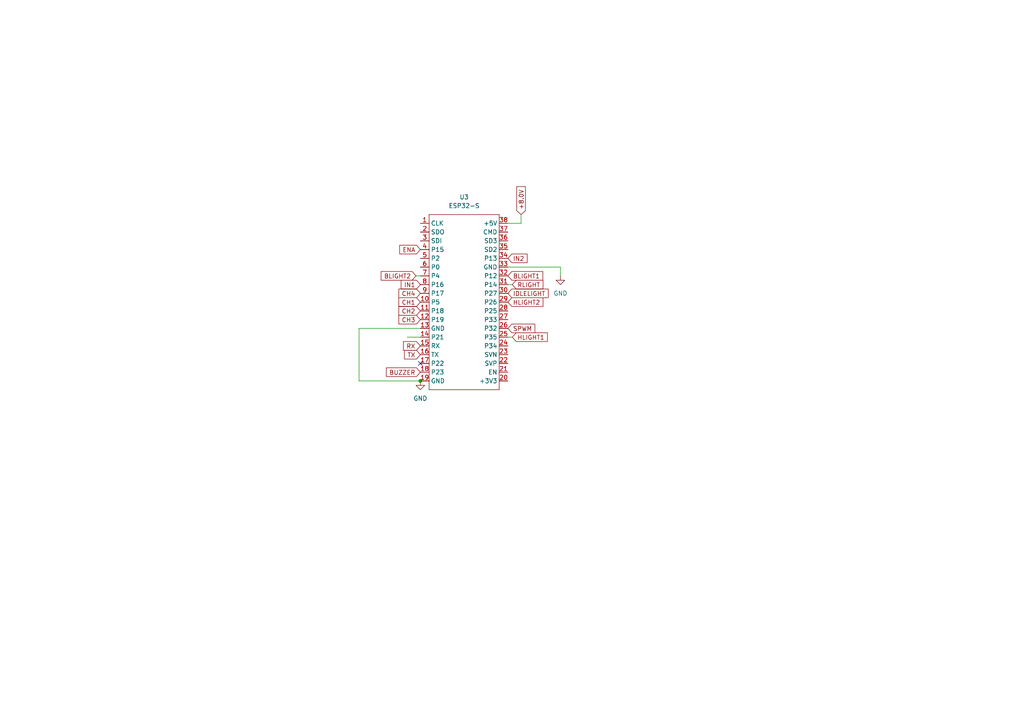
<source format=kicad_sch>
(kicad_sch (version 20211123) (generator eeschema)
  (paper "A4")
  (title_block (date "2022-06-26") (company "MK CAR COMPANY") (comment 1 "Drawn by Michael Kimani"))
  (lib_symbols
    (symbol "Userlibrary:ESP32-S"
      (property "Reference" "U" (at 0 0 0))
      (property "Value" "ESP32-S" (at 0 0 0))
      (symbol "ESP32-S_0_1"
        (polyline (pts (xy -10.16 -25.4) (xy 10.16 -25.4)))
        (polyline (pts (xy -10.16 -22.86) (xy -10.16 -25.4)))
        (polyline (pts (xy -10.16 -22.86) (xy -10.16 25.4)))
        (polyline (pts (xy 10.16 -25.4) (xy 10.16 25.4)))
        (polyline (pts (xy 10.16 25.4) (xy -10.16 25.4)))
      )
      (symbol "ESP32-S_1_1"
        (pin input line (at -12.7 22.86 0) (length 2.54) (name "CLK") (number "1"))
        (pin bidirectional line (at -12.7 0 0) (length 2.54) (name "P5") (number "10"))
        (pin bidirectional line (at -12.7 -2.54 0) (length 2.54) (name "P18") (number "11"))
        (pin bidirectional line (at -12.7 -5.08 0) (length 2.54) (name "P19") (number "12"))
        (pin power_in line (at -12.7 -7.62 0) (length 2.54) (name "GND") (number "13"))
        (pin input line (at -12.7 -10.16 0) (length 2.54) (name "P21") (number "14"))
        (pin input line (at -12.7 -12.7 0) (length 2.54) (name "RX") (number "15"))
        (pin input line (at -12.7 -15.24 0) (length 2.54) (name "TX") (number "16"))
        (pin input line (at -12.7 -17.78 0) (length 2.54) (name "P22") (number "17"))
        (pin bidirectional line (at -12.7 -20.32 0) (length 2.54) (name "P23") (number "18"))
        (pin power_in line (at -12.7 -22.86 0) (length 2.54) (name "GND") (number "19"))
        (pin input line (at -12.7 20.32 0) (length 2.54) (name "SDO") (number "2"))
        (pin power_out line (at 12.7 -22.86 180) (length 2.54) (name "+3V3") (number "20"))
        (pin input line (at 12.7 -20.32 180) (length 2.54) (name "EN") (number "21"))
        (pin input line (at 12.7 -17.78 180) (length 2.54) (name "SVP") (number "22"))
        (pin input line (at 12.7 -15.24 180) (length 2.54) (name "SVN") (number "23"))
        (pin bidirectional line (at 12.7 -12.7 180) (length 2.54) (name "P34") (number "24"))
        (pin bidirectional line (at 12.7 -10.16 180) (length 2.54) (name "P35") (number "25"))
        (pin bidirectional line (at 12.7 -7.62 180) (length 2.54) (name "P32") (number "26"))
        (pin bidirectional line (at 12.7 -5.08 180) (length 2.54) (name "P33") (number "27"))
        (pin bidirectional line (at 12.7 -2.54 180) (length 2.54) (name "P25") (number "28"))
        (pin bidirectional line (at 12.7 0 180) (length 2.54) (name "P26") (number "29"))
        (pin input line (at -12.7 17.78 0) (length 2.54) (name "SDI") (number "3"))
        (pin bidirectional line (at 12.7 2.54 180) (length 2.54) (name "P27") (number "30"))
        (pin bidirectional line (at 12.7 5.08 180) (length 2.54) (name "P14") (number "31"))
        (pin bidirectional line (at 12.7 7.62 180) (length 2.54) (name "P12") (number "32"))
        (pin power_in line (at 12.7 10.16 180) (length 2.54) (name "GND") (number "33"))
        (pin bidirectional line (at 12.7 12.7 180) (length 2.54) (name "P13") (number "34"))
        (pin input line (at 12.7 15.24 180) (length 2.54) (name "SD2") (number "35"))
        (pin input line (at 12.7 17.78 180) (length 2.54) (name "SD3") (number "36"))
        (pin input line (at 12.7 20.32 180) (length 2.54) (name "CMD") (number "37"))
        (pin power_in line (at 12.7 22.86 180) (length 2.54) (name "+5V") (number "38"))
        (pin bidirectional line (at -12.7 15.24 0) (length 2.54) (name "P15") (number "4"))
        (pin bidirectional line (at -12.7 12.7 0) (length 2.54) (name "P2") (number "5"))
        (pin input line (at -12.7 10.16 0) (length 2.54) (name "P0") (number "6"))
        (pin bidirectional line (at -12.7 7.62 0) (length 2.54) (name "P4") (number "7"))
        (pin bidirectional line (at -12.7 5.08 0) (length 2.54) (name "P16") (number "8"))
        (pin bidirectional line (at -12.7 2.54 0) (length 2.54) (name "P17") (number "9"))
      )
    )
    (symbol "power:GND" (power) (pin_names (offset 0))
      (property "Value" "GND" (at 0 -3.81 0))
      (symbol "GND_0_1"
        (polyline (pts (xy 0 0) (xy 0 -1.27) (xy 1.27 -1.27) (xy 0 -2.54) (xy -1.27 -1.27) (xy 0 -1.27)))
      )
      (symbol "GND_1_1"
        (pin power_in line (at 0 0 270) (length 0) hide (name "GND") (number "1"))
      )
    )
  )
  (junction (at 121.92 110.49))
  (no_connect (at 121.92 105.41))
  (wire (pts (xy 120.65 80.01) (xy 121.92 80.01)))
  (wire (pts (xy 147.32 64.77) (xy 151.13 64.77)))
  (wire (pts (xy 148.59 97.79) (xy 147.32 97.79)))
  (wire (pts (xy 151.13 64.77) (xy 151.13 62.23)))
  (wire (pts (xy 104.14 95.25) (xy 104.14 110.49)))
  (wire (pts (xy 118.11 97.79) (xy 121.92 97.79)))
  (wire (pts (xy 162.56 77.47) (xy 162.56 80.01)))
  (wire (pts (xy 104.14 110.49) (xy 121.92 110.49)))
  (wire (pts (xy 148.59 82.55) (xy 147.32 82.55)))
  (wire (pts (xy 147.32 77.47) (xy 162.56 77.47)))
  (wire (pts (xy 121.92 95.25) (xy 104.14 95.25)))
  (global_label "BLIGHT1" (shape input) (at 147.32 80.01 0) (property "Intersheet References" "${INTERSHEET_REFS}" (effects hide)))
  (global_label "CH2" (shape input) (at 121.92 90.17 180) (property "Intersheet References" "${INTERSHEET_REFS}" (effects hide)))
  (global_label "IN1" (shape input) (at 121.92 82.55 180) (property "Intersheet References" "${INTERSHEET_REFS}" (effects hide)))
  (global_label "CH3" (shape input) (at 121.92 92.71 180) (property "Intersheet References" "${INTERSHEET_REFS}" (effects hide)))
  (global_label "HLIGHT2" (shape input) (at 147.32 87.63 0) (property "Intersheet References" "${INTERSHEET_REFS}" (effects hide)))
  (global_label "IN2" (shape input) (at 147.32 74.93 0) (property "Intersheet References" "${INTERSHEET_REFS}" (effects hide)))
  (global_label "CH1" (shape input) (at 121.92 87.63 180) (property "Intersheet References" "${INTERSHEET_REFS}" (effects hide)))
  (global_label "CH4" (shape input) (at 121.92 85.09 180) (property "Intersheet References" "${INTERSHEET_REFS}" (effects hide)))
  (global_label "IDLELIGHT" (shape input) (at 147.32 85.09 0) (property "Intersheet References" "${INTERSHEET_REFS}" (effects hide)))
  (global_label "TX" (shape input) (at 121.92 102.87 180) (property "Intersheet References" "${INTERSHEET_REFS}" (effects hide)))
  (global_label "RX" (shape input) (at 121.92 100.33 180) (property "Intersheet References" "${INTERSHEET_REFS}" (effects hide)))
  (global_label "ENA" (shape input) (at 121.92 72.39 180) (property "Intersheet References" "${INTERSHEET_REFS}" (effects hide)))
  (global_label "SPWM" (shape input) (at 147.32 95.25 0) (property "Intersheet References" "${INTERSHEET_REFS}" (effects hide)))
  (global_label "BUZZER" (shape input) (at 121.92 107.95 180) (property "Intersheet References" "${INTERSHEET_REFS}" (effects hide)))
  (global_label "BLIGHT2" (shape input) (at 120.65 80.01 180) (property "Intersheet References" "${INTERSHEET_REFS}" (effects hide)))
  (global_label "RLIGHT" (shape input) (at 148.59 82.55 0) (property "Intersheet References" "${INTERSHEET_REFS}" (effects hide)))
  (global_label "HLIGHT1" (shape input) (at 148.59 97.79 0) (property "Intersheet References" "${INTERSHEET_REFS}" (effects hide)))
  (global_label "+8.0V" (shape input) (at 151.13 62.23 90) (property "Intersheet References" "${INTERSHEET_REFS}" (effects hide)))
  (symbol (lib_id "power:GND") (at 162.56 80.01 0) (unit 1)
    (property "Reference" "#PWR0127" (effects hide))
    (property "Value" "~" (at 162.56 85.09 0))
  )
  (symbol (lib_id "Userlibrary:ESP32-S") (at 134.62 87.63 0) (unit 1)
    (property "Reference" "U3" (at 134.62 57.15 0))
    (property "Value" "ESP32-S" (at 134.62 59.69 0))
    (property "Footprint" "UserLibrary:ESP32-S" (effects hide))
  )
  (symbol (lib_id "power:GND") (at 121.92 110.49 0) (unit 1)
    (property "Reference" "#PWR0118" (effects hide))
    (property "Value" "GND" (at 121.92 115.57 0))
  )
)
</source>
